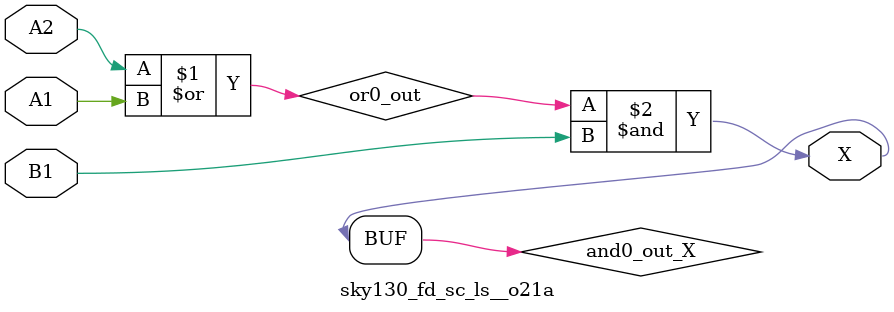
<source format=v>
/*
 * Copyright 2020 The SkyWater PDK Authors
 *
 * Licensed under the Apache License, Version 2.0 (the "License");
 * you may not use this file except in compliance with the License.
 * You may obtain a copy of the License at
 *
 *     https://www.apache.org/licenses/LICENSE-2.0
 *
 * Unless required by applicable law or agreed to in writing, software
 * distributed under the License is distributed on an "AS IS" BASIS,
 * WITHOUT WARRANTIES OR CONDITIONS OF ANY KIND, either express or implied.
 * See the License for the specific language governing permissions and
 * limitations under the License.
 *
 * SPDX-License-Identifier: Apache-2.0
*/


`ifndef SKY130_FD_SC_LS__O21A_FUNCTIONAL_V
`define SKY130_FD_SC_LS__O21A_FUNCTIONAL_V

/**
 * o21a: 2-input OR into first input of 2-input AND.
 *
 *       X = ((A1 | A2) & B1)
 *
 * Verilog simulation functional model.
 */

`timescale 1ns / 1ps
`default_nettype none

`celldefine
module sky130_fd_sc_ls__o21a (
    X ,
    A1,
    A2,
    B1
);

    // Module ports
    output X ;
    input  A1;
    input  A2;
    input  B1;

    // Local signals
    wire or0_out   ;
    wire and0_out_X;

    //  Name  Output      Other arguments
    or  or0  (or0_out   , A2, A1         );
    and and0 (and0_out_X, or0_out, B1    );
    buf buf0 (X         , and0_out_X     );

endmodule
`endcelldefine

`default_nettype wire
`endif  // SKY130_FD_SC_LS__O21A_FUNCTIONAL_V
</source>
